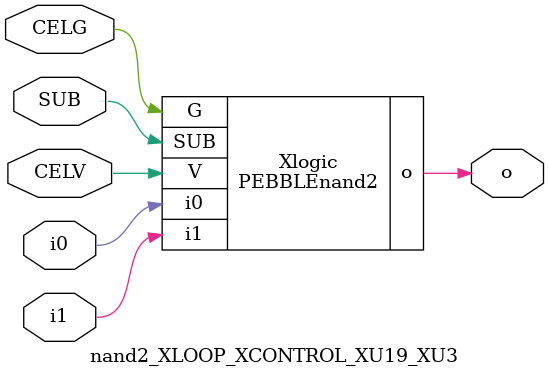
<source format=v>



module PEBBLEnand2 ( o, G, SUB, V, i0, i1 );

  input i0;
  input V;
  input i1;
  input G;
  output o;
  input SUB;
endmodule

//Celera Confidential Do Not Copy nand2_XLOOP_XCONTROL_XU19_XU3
//Celera Confidential Symbol Generator
//5V NAND2
module nand2_XLOOP_XCONTROL_XU19_XU3 (CELV,CELG,i0,i1,o,SUB);
input CELV;
input CELG;
input i0;
input i1;
input SUB;
output o;

//Celera Confidential Do Not Copy nand2
PEBBLEnand2 Xlogic(
.V (CELV),
.i0 (i0),
.i1 (i1),
.o (o),
.SUB (SUB),
.G (CELG)
);
//,diesize,PEBBLEnand2

//Celera Confidential Do Not Copy Module End
//Celera Schematic Generator
endmodule

</source>
